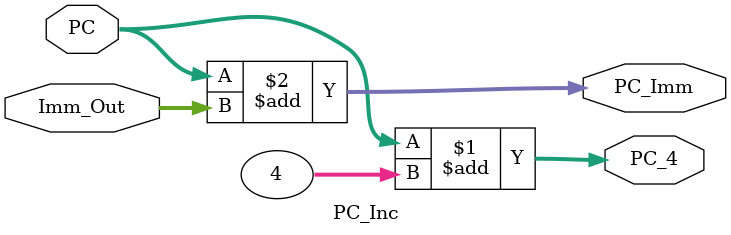
<source format=sv>
`timescale 1ns / 1ps


module PC_Inc(
    input logic [31:0] PC,
    input logic [31:0] Imm_Out,
    output logic [31:0] PC_4,
    output logic [31:0] PC_Imm
    );
    
    assign PC_4 = PC + 4; //Check This Out
    assign PC_Imm = PC + Imm_Out;

endmodule

</source>
